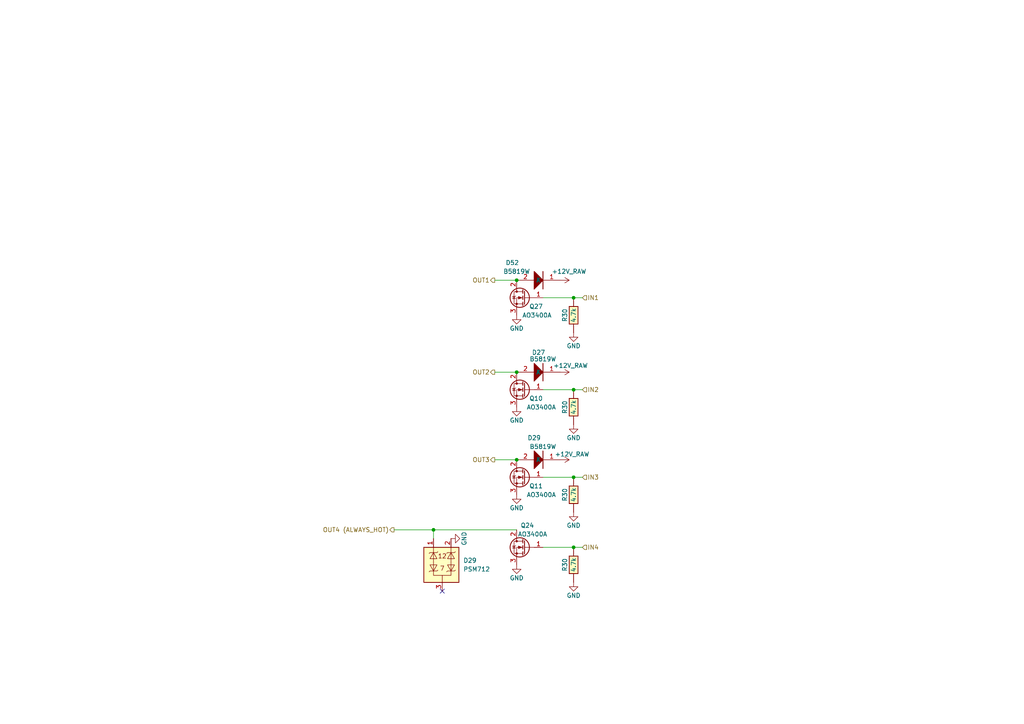
<source format=kicad_sch>
(kicad_sch (version 20230121) (generator eeschema)
  (paper "A4")
  (lib_symbols
    (symbol "hellen-one-common:+12V_RAW" (power) (pin_names (offset 0))
      (property "Value" "+12V_RAW" (at 0 3.556 0))
      (symbol "+12V_RAW_0_1"
        (polyline (pts (xy -0.762 1.27) (xy 0 2.54)))
        (polyline (pts (xy 0 0) (xy 0 2.54)))
        (polyline (pts (xy 0 2.54) (xy 0.762 1.27)))
      )
      (symbol "+12V_RAW_1_1"
        (pin power_in line (at 0 0 90) (length 0) hide (name "+12V_RAW") (number "1"))
      )
    )
    (symbol "hellen-one-common:1N4148WS"
      (property "Reference" "D" (at 0 2.54 0))
      (property "Value" "1N4148WS" (at 0 -3.81 0))
      (symbol "1N4148WS_1_0"
        (polyline (pts (xy 2.54 2.54) (xy 2.54 -2.54)) (stroke (width 0.254)))
        (polyline (pts (xy 0 -2.54) (xy 2.54 0) (xy 0 2.54) (xy 0 -2.54)) (stroke (width 0.254)) (fill (type outline)))
        (pin passive line (at 7.62 0 180) (length 5.08) (name "K") (number "1"))
        (pin passive line (at -5.08 0 0) (length 5.08) (name "A") (number "2"))
      )
    )
    (symbol "hellen-one-common:MOSFET-N" (pin_names hide)
      (property "Reference" "Q" (at 5.08 6.35 0))
      (property "Value" "MOSFET-N" (at 2.54 3.81 0))
      (symbol "MOSFET-N_0_1"
        (polyline (pts (xy 0.254 0) (xy -2.54 0)))
        (polyline (pts (xy 0.254 1.905) (xy 0.254 -1.905)) (stroke (width 0.254)))
        (polyline (pts (xy 0.762 -1.27) (xy 0.762 -2.286)) (stroke (width 0.254)))
        (polyline (pts (xy 0.762 0.508) (xy 0.762 -0.508)) (stroke (width 0.254)))
        (polyline (pts (xy 0.762 2.286) (xy 0.762 1.27)) (stroke (width 0.254)))
        (polyline (pts (xy 2.54 2.54) (xy 2.54 1.778)))
        (polyline (pts (xy 2.54 -2.54) (xy 2.54 0) (xy 0.762 0)))
        (polyline (pts (xy 0.762 -1.778) (xy 3.302 -1.778) (xy 3.302 1.778) (xy 0.762 1.778)))
        (polyline (pts (xy 1.016 0) (xy 2.032 0.381) (xy 2.032 -0.381) (xy 1.016 0)) (fill (type outline)))
        (polyline (pts (xy 2.794 0.508) (xy 2.921 0.381) (xy 3.683 0.381) (xy 3.81 0.254)))
        (polyline (pts (xy 3.302 0.381) (xy 2.921 -0.254) (xy 3.683 -0.254) (xy 3.302 0.381)))
        (circle (center 1.651 0) (radius 2.794) (stroke (width 0.254)))
        (circle (center 2.54 -1.778) (radius 0.254) (fill (type outline)))
        (circle (center 2.54 1.778) (radius 0.254) (fill (type outline)))
      )
      (symbol "MOSFET-N_1_1"
        (pin input line (at -5.08 0 0) (length 2.54) (name "G") (number "1"))
        (pin passive line (at 2.54 5.08 270) (length 2.54) (name "D") (number "2"))
        (pin passive line (at 2.54 -5.08 90) (length 2.54) (name "S") (number "3"))
      )
    )
    (symbol "hellen-one-common:PSM712"
      (property "Reference" "D?" (at 3.302 0.9085 0))
      (property "Value" "PSM712" (at 3.302 -1.8666 0))
      (symbol "PSM712_0_0"
        (text "12" (at -2.286 2.54 0) (effects (font (size 1.27 1.27))))
        (text "7" (at -2.286 -1.016 0) (effects (font (size 1.27 1.27))))
      )
      (symbol "PSM712_0_1"
        (rectangle (start -7.62 5.08) (end 2.54 -5.08) (stroke (width 0.254)) (fill (type background)))
        (polyline (pts (xy -4.826 5.08) (xy -4.826 -3.048) (xy -2.286 -3.048)) (stroke (width 0.1524)))
        (polyline (pts (xy -6.096 3.302) (xy -5.842 3.556) (xy -3.81 3.556) (xy -3.556 3.81)) (stroke (width 0.1524)))
        (polyline (pts (xy -4.826 -1.778) (xy -3.81 0) (xy -5.842 0) (xy -4.826 -1.778)) (stroke (width 0.1524)))
        (polyline (pts (xy -4.826 3.556) (xy -5.842 1.778) (xy -3.81 1.778) (xy -4.826 3.556)) (stroke (width 0.1524)))
        (polyline (pts (xy -3.556 -1.524) (xy -3.81 -1.778) (xy -5.842 -1.778) (xy -6.096 -2.032)) (stroke (width 0.1524)))
        (polyline (pts (xy -1.016 3.302) (xy -0.762 3.556) (xy 1.27 3.556) (xy 1.524 3.81)) (stroke (width 0.1524)))
        (polyline (pts (xy 0.254 -1.778) (xy 1.27 0) (xy -0.762 0) (xy 0.254 -1.778)) (stroke (width 0.1524)))
        (polyline (pts (xy 0.254 3.556) (xy -0.762 1.778) (xy 1.27 1.778) (xy 0.254 3.556)) (stroke (width 0.1524)))
        (polyline (pts (xy 0.254 5.08) (xy 0.254 -3.048) (xy -2.286 -3.048) (xy -2.286 -5.08)) (stroke (width 0.1524)))
        (polyline (pts (xy 1.524 -1.524) (xy 1.27 -1.778) (xy -0.762 -1.778) (xy -1.016 -2.032)) (stroke (width 0.1524)))
      )
      (symbol "PSM712_1_1"
        (pin passive line (at -4.826 7.62 270) (length 2.54) (name "") (number "1"))
        (pin passive line (at 0.254 7.62 270) (length 2.54) (name "") (number "2"))
        (pin passive line (at -2.286 -7.62 90) (length 2.54) (name "") (number "3"))
      )
    )
    (symbol "hellen-one-common:Res" (pin_numbers hide)
      (property "Reference" "R" (at 3.81 2.54 0))
      (property "Value" "Res" (at 5.08 -2.54 0))
      (symbol "Res_1_0"
        (rectangle (start 2.54 -1.27) (end 7.62 1.27) (stroke (width 0.254)) (fill (type background)))
        (pin passive line (at 0 0 0) (length 2.54) (name "") (number "1"))
        (pin passive line (at 10.16 0 180) (length 2.54) (name "") (number "2"))
      )
    )
    (symbol "power:GND" (power) (pin_names (offset 0))
      (property "Value" "GND" (at 0 -3.81 0))
      (symbol "GND_0_1"
        (polyline (pts (xy 0 0) (xy 0 -1.27) (xy 1.27 -1.27) (xy 0 -2.54) (xy -1.27 -1.27) (xy 0 -1.27)))
      )
      (symbol "GND_1_1"
        (pin power_in line (at 0 0 270) (length 0) hide (name "GND") (number "1"))
      )
    )
  )
  (junction (at 125.73 153.67))
  (junction (at 149.86 81.28))
  (junction (at 166.37 138.43))
  (junction (at 149.86 107.95))
  (junction (at 166.37 113.03))
  (junction (at 166.37 158.75))
  (junction (at 166.37 86.36))
  (junction (at 149.86 133.35))
  (no_connect (at 128.27 171.45))
  (wire (pts (xy 157.48 86.36) (xy 166.37 86.36)))
  (wire (pts (xy 166.37 113.03) (xy 168.91 113.03)))
  (wire (pts (xy 143.51 81.28) (xy 149.86 81.28)))
  (wire (pts (xy 143.51 107.95) (xy 149.86 107.95)))
  (wire (pts (xy 157.48 113.03) (xy 166.37 113.03)))
  (wire (pts (xy 166.37 158.75) (xy 168.91 158.75)))
  (wire (pts (xy 125.73 153.67) (xy 149.86 153.67)))
  (wire (pts (xy 125.73 153.67) (xy 125.73 156.21)))
  (wire (pts (xy 114.3 153.67) (xy 125.73 153.67)))
  (wire (pts (xy 143.51 133.35) (xy 149.86 133.35)))
  (wire (pts (xy 157.48 138.43) (xy 166.37 138.43)))
  (wire (pts (xy 166.37 86.36) (xy 168.91 86.36)))
  (wire (pts (xy 166.37 138.43) (xy 168.91 138.43)))
  (wire (pts (xy 157.48 158.75) (xy 166.37 158.75)))
  (hierarchical_label "OUT1" (shape output) (at 143.51 81.28 180))
  (hierarchical_label "IN3" (shape input) (at 168.91 138.43 0))
  (hierarchical_label "OUT4 (ALWAYS_HOT)" (shape output) (at 114.3 153.67 180))
  (hierarchical_label "OUT3" (shape output) (at 143.51 133.35 180))
  (hierarchical_label "IN4" (shape input) (at 168.91 158.75 0))
  (hierarchical_label "IN1" (shape input) (at 168.91 86.36 0))
  (hierarchical_label "OUT2" (shape output) (at 143.51 107.95 180))
  (hierarchical_label "IN2" (shape input) (at 168.91 113.03 0))
  (symbol (lib_id "hellen-one-common:Res") (at 166.37 138.43 90) (mirror x) (unit 1)
    (property "Reference" "R30" (at 163.83 143.51 0))
    (property "Value" "4.7k" (at 166.37 143.51 0))
    (property "Footprint" "hellen-one-common:R0603" (effects hide))
    (property "LCSC" "C23162" (effects hide))
    (instances (project "alphax_4ch" (path "" (reference "R30") (unit 1)) (path "" (reference "R101") (unit 1)) (path "" (reference "R105") (unit 1)) (path "" (reference "R109") (unit 1)) (path "" (reference "R1110") (unit 1))))
  )
  (symbol (lib_id "power:GND") (at 130.81 156.21 90) (mirror x) (unit 1)
    (property "Reference" "#PWR0140" (effects hide))
    (property "Value" "GND" (at 134.62 156.21 0))
    (instances (project "alphax_4ch" (path "" (reference "#PWR0140") (unit 1)) (path "" (reference "#PWR0184") (unit 1))))
  )
  (symbol (lib_id "hellen-one-common:1N4148WS") (at 154.94 107.95 0) (unit 1)
    (property "Reference" "D27" (at 156.21 102.235 0))
    (property "Value" "B5819W" (at 157.48 104.14 0))
    (property "Footprint" "hellen-one-common:SOD-123" (effects hide))
    (property "LCSC" "C8598" (effects hide))
    (instances (project "alphax_4ch" (path "" (reference "D27") (unit 1)) (path "" (reference "D52") (unit 1))))
  )
  (symbol (lib_id "power:GND") (at 166.37 96.52 0) (unit 1)
    (property "Reference" "#PWR035" (effects hide))
    (property "Value" "GND" (at 166.37 100.33 0))
    (instances (project "alphax_4ch" (path "" (reference "#PWR035") (unit 1)) (path "" (reference "#PWR071") (unit 1)) (path "" (reference "#PWR0143") (unit 1)) (path "" (reference "#PWR0205") (unit 1)) (path "" (reference "#PWR0200") (unit 1))))
  )
  (symbol (lib_id "power:GND") (at 149.86 91.44 0) (mirror y) (unit 1)
    (property "Reference" "#PWR0122" (effects hide))
    (property "Value" "GND" (at 149.86 95.25 0))
    (instances (project "alphax_4ch" (path "" (reference "#PWR0122") (unit 1)) (path "" (reference "#PWR0199") (unit 1))))
  )
  (symbol (lib_id "hellen-one-common:Res") (at 166.37 86.36 90) (mirror x) (unit 1)
    (property "Reference" "R30" (at 163.83 91.44 0))
    (property "Value" "4.7k" (at 166.37 91.44 0))
    (property "Footprint" "hellen-one-common:R0603" (effects hide))
    (property "LCSC" "C23162" (effects hide))
    (instances (project "alphax_4ch" (path "" (reference "R30") (unit 1)) (path "" (reference "R101") (unit 1)) (path "" (reference "R105") (unit 1)) (path "" (reference "R109") (unit 1)) (path "" (reference "R1112") (unit 1))))
  )
  (symbol (lib_id "hellen-one-common:Res") (at 166.37 113.03 90) (mirror x) (unit 1)
    (property "Reference" "R30" (at 163.83 118.11 0))
    (property "Value" "4.7k" (at 166.37 118.11 0))
    (property "Footprint" "hellen-one-common:R0603" (effects hide))
    (property "LCSC" "C23162" (effects hide))
    (instances (project "alphax_4ch" (path "" (reference "R30") (unit 1)) (path "" (reference "R101") (unit 1)) (path "" (reference "R105") (unit 1)) (path "" (reference "R109") (unit 1)) (path "" (reference "R1111") (unit 1))))
  )
  (symbol (lib_id "power:GND") (at 149.86 118.11 0) (mirror y) (unit 1)
    (property "Reference" "#PWR042" (effects hide))
    (property "Value" "GND" (at 149.86 121.92 0))
    (instances (project "alphax_4ch" (path "" (reference "#PWR042") (unit 1)) (path "" (reference "#PWR0198") (unit 1))))
  )
  (symbol (lib_id "hellen-one-common:1N4148WS") (at 154.94 133.35 0) (unit 1)
    (property "Reference" "D29" (at 154.94 127 0))
    (property "Value" "B5819W" (at 157.48 129.54 0))
    (property "Footprint" "hellen-one-common:SOD-123" (effects hide))
    (property "LCSC" "C8598" (effects hide))
    (instances (project "alphax_4ch" (path "" (reference "D29") (unit 1)) (path "" (reference "D72") (unit 1))))
  )
  (symbol (lib_id "hellen-one-common:MOSFET-N") (at 152.4 113.03 0) (mirror y) (unit 1)
    (property "Reference" "Q10" (at 157.48 115.57 0) (effects (justify left)))
    (property "Value" "AO3400A" (at 161.29 118.11 0) (effects (justify left)))
    (property "Footprint" "hellen-one-common:SOT-23" (effects hide))
    (property "LCSC" " C20917" (effects hide))
    (instances (project "alphax_4ch" (path "" (reference "Q10") (unit 1)) (path "" (reference "Q24") (unit 1))))
  )
  (symbol (lib_id "power:GND") (at 149.86 163.83 0) (mirror y) (unit 1)
    (property "Reference" "#PWR0123" (effects hide))
    (property "Value" "GND" (at 149.86 167.64 0))
    (instances (project "alphax_4ch" (path "" (reference "#PWR0123") (unit 1)) (path "" (reference "#PWR0195") (unit 1))))
  )
  (symbol (lib_id "hellen-one-common:PSM712") (at 130.556 163.83 0) (unit 1)
    (property "Reference" "D29" (at 134.366 162.56 0) (effects (justify left)))
    (property "Value" "PSM712" (at 134.366 165.1 0) (effects (justify left)))
    (property "Footprint" "hellen-one-common:SOT-23" (effects hide))
    (property "Datasheet" "https://datasheet.lcsc.com/lcsc/1811061632_ProTek-Devices-PSM712-LF-T7_C32677.pdf" (effects hide))
    (property "LCSC" "C32677" (effects hide))
  )
  (symbol (lib_id "hellen-one-common:MOSFET-N") (at 152.4 86.36 0) (mirror y) (unit 1)
    (property "Reference" "Q27" (at 157.48 88.9 0) (effects (justify left)))
    (property "Value" "AO3400A" (at 160.02 91.44 0) (effects (justify left)))
    (property "Footprint" "hellen-one-common:SOT-23" (effects hide))
    (property "LCSC" " C20917" (effects hide))
    (instances (project "alphax_4ch" (path "" (reference "Q27") (unit 1)) (path "" (reference "Q11") (unit 1))))
  )
  (symbol (lib_id "power:GND") (at 166.37 148.59 0) (unit 1)
    (property "Reference" "#PWR035" (effects hide))
    (property "Value" "GND" (at 166.37 152.4 0))
    (instances (project "alphax_4ch" (path "" (reference "#PWR035") (unit 1)) (path "" (reference "#PWR071") (unit 1)) (path "" (reference "#PWR0143") (unit 1)) (path "" (reference "#PWR0205") (unit 1)) (path "" (reference "#PWR0183") (unit 1))))
  )
  (symbol (lib_id "hellen-one-common:MOSFET-N") (at 152.4 158.75 0) (mirror y) (unit 1)
    (property "Reference" "Q24" (at 154.94 152.4 0) (effects (justify left)))
    (property "Value" "AO3400A" (at 158.75 154.94 0) (effects (justify left)))
    (property "Footprint" "hellen-one-common:SOT-23" (effects hide))
    (property "LCSC" " C20917" (effects hide))
    (instances (project "alphax_4ch" (path "" (reference "Q24") (unit 1)) (path "" (reference "Q10") (unit 1))))
  )
  (symbol (lib_id "hellen-one-common:1N4148WS") (at 154.94 81.28 0) (unit 1)
    (property "Reference" "D52" (at 148.59 76.2 0))
    (property "Value" "B5819W" (at 149.86 78.74 0))
    (property "Footprint" "hellen-one-common:SOD-123" (effects hide))
    (property "LCSC" "C8598" (effects hide))
    (instances (project "alphax_4ch" (path "" (reference "D52") (unit 1)) (path "" (reference "D49") (unit 1))))
  )
  (symbol (lib_id "power:GND") (at 166.37 123.19 0) (unit 1)
    (property "Reference" "#PWR035" (effects hide))
    (property "Value" "GND" (at 166.37 127 0))
    (instances (project "alphax_4ch" (path "" (reference "#PWR035") (unit 1)) (path "" (reference "#PWR071") (unit 1)) (path "" (reference "#PWR0143") (unit 1)) (path "" (reference "#PWR0205") (unit 1)) (path "" (reference "#PWR0194") (unit 1))))
  )
  (symbol (lib_id "hellen-one-common:+12V_RAW") (at 162.56 133.35 270) (mirror x) (unit 1)
    (property "Reference" "#PWR069" (effects hide))
    (property "Value" "+12V_RAW" (at 160.895 131.7491 90) (effects (justify left)))
    (instances (project "alphax_4ch" (path "" (reference "#PWR069") (unit 1)) (path "" (reference "#PWR0188") (unit 1))))
  )
  (symbol (lib_id "power:GND") (at 149.86 143.51 0) (mirror y) (unit 1)
    (property "Reference" "#PWR053" (effects hide))
    (property "Value" "GND" (at 149.86 147.32 0))
    (instances (project "alphax_4ch" (path "" (reference "#PWR053") (unit 1)) (path "" (reference "#PWR0197") (unit 1))))
  )
  (symbol (lib_id "power:GND") (at 166.37 168.91 0) (unit 1)
    (property "Reference" "#PWR035" (effects hide))
    (property "Value" "GND" (at 166.37 172.72 0))
    (instances (project "alphax_4ch" (path "" (reference "#PWR035") (unit 1)) (path "" (reference "#PWR071") (unit 1)) (path "" (reference "#PWR0143") (unit 1)) (path "" (reference "#PWR0205") (unit 1)) (path "" (reference "#PWR0196") (unit 1))))
  )
  (symbol (lib_id "hellen-one-common:MOSFET-N") (at 152.4 138.43 0) (mirror y) (unit 1)
    (property "Reference" "Q11" (at 157.48 140.97 0) (effects (justify left)))
    (property "Value" "AO3400A" (at 161.29 143.51 0) (effects (justify left)))
    (property "Footprint" "hellen-one-common:SOT-23" (effects hide))
    (property "LCSC" " C20917" (effects hide))
    (instances (project "alphax_4ch" (path "" (reference "Q11") (unit 1)) (path "" (reference "Q27") (unit 1))))
  )
  (symbol (lib_id "hellen-one-common:+12V_RAW") (at 162.56 81.28 270) (mirror x) (unit 1)
    (property "Reference" "#PWR0121" (effects hide))
    (property "Value" "+12V_RAW" (at 160.02 78.74 90) (effects (justify left)))
    (instances (project "alphax_4ch" (path "" (reference "#PWR0121") (unit 1)) (path "" (reference "#PWR0186") (unit 1))))
  )
  (symbol (lib_id "hellen-one-common:Res") (at 166.37 158.75 90) (mirror x) (unit 1)
    (property "Reference" "R30" (at 163.83 163.83 0))
    (property "Value" "4.7k" (at 166.37 163.83 0))
    (property "Footprint" "hellen-one-common:R0603" (effects hide))
    (property "LCSC" "C23162" (effects hide))
    (instances (project "alphax_4ch" (path "" (reference "R30") (unit 1)) (path "" (reference "R101") (unit 1)) (path "" (reference "R105") (unit 1)) (path "" (reference "R109") (unit 1)) (path "" (reference "R1113") (unit 1))))
  )
  (symbol (lib_id "hellen-one-common:+12V_RAW") (at 162.56 107.95 270) (mirror x) (unit 1)
    (property "Reference" "#PWR049" (effects hide))
    (property "Value" "+12V_RAW" (at 160.4522 106.0384 90) (effects (justify left)))
    (instances (project "alphax_4ch" (path "" (reference "#PWR049") (unit 1)) (path "" (reference "#PWR0187") (unit 1))))
  )
)
</source>
